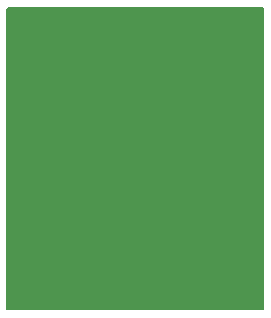
<source format=gbr>
%TF.GenerationSoftware,KiCad,Pcbnew,(6.0.10)*%
%TF.CreationDate,2023-01-04T22:27:33+01:00*%
%TF.ProjectId,SOIC-20 Breakout,534f4943-2d32-4302-9042-7265616b6f75,rev?*%
%TF.SameCoordinates,Original*%
%TF.FileFunction,Soldermask,Top*%
%TF.FilePolarity,Negative*%
%FSLAX46Y46*%
G04 Gerber Fmt 4.6, Leading zero omitted, Abs format (unit mm)*
G04 Created by KiCad (PCBNEW (6.0.10)) date 2023-01-04 22:27:33*
%MOMM*%
%LPD*%
G01*
G04 APERTURE LIST*
G04 APERTURE END LIST*
G36*
X163264121Y-88793002D02*
G01*
X163310614Y-88846658D01*
X163322000Y-88899000D01*
X163322000Y-114301000D01*
X163301998Y-114369121D01*
X163248342Y-114415614D01*
X163196000Y-114427000D01*
X141604000Y-114427000D01*
X141535879Y-114406998D01*
X141489386Y-114353342D01*
X141478000Y-114301000D01*
X141478000Y-88899000D01*
X141498002Y-88830879D01*
X141551658Y-88784386D01*
X141604000Y-88773000D01*
X163196000Y-88773000D01*
X163264121Y-88793002D01*
G37*
M02*

</source>
